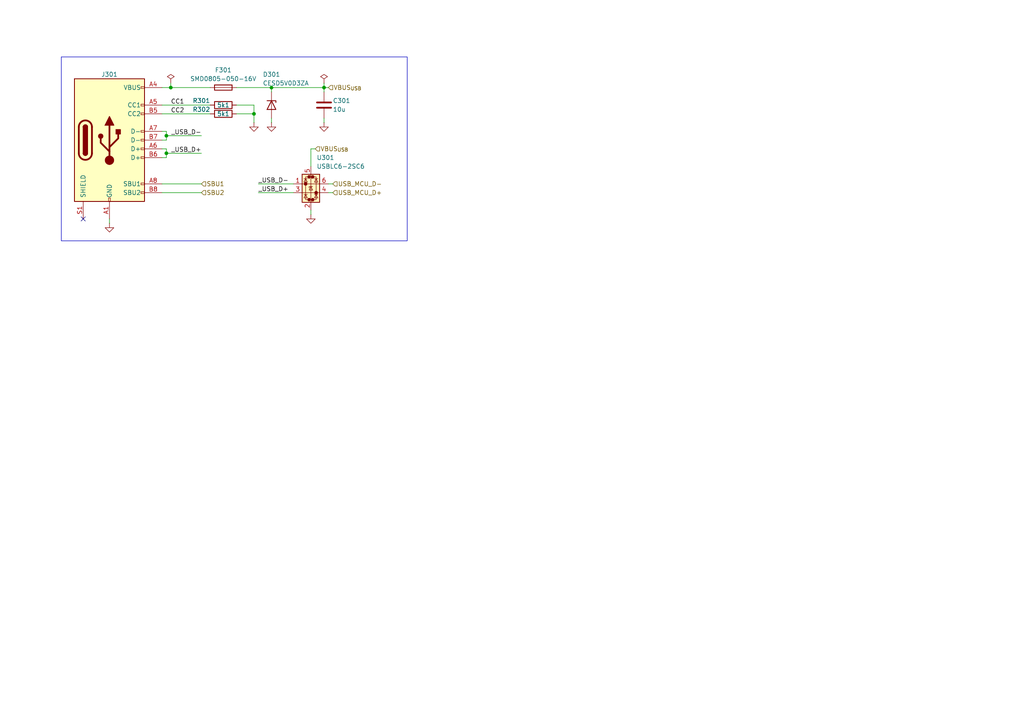
<source format=kicad_sch>
(kicad_sch (version 20231120) (generator "eeschema") (generator_version "8.0")
  (paper "A4")
  (title_block (title "Chao Recruit") (date "2024-09-29") (rev "1") (company "Scott CJX") (comment 1 "License: CERN-OHL-S-2.0") (comment 2 "Copyright © Scott CJX") (comment 3 "Licensed to Nanyang Venture Formula for NVF-2") (comment 4 "https://github.com/scott-cjx/Chao-Recruit"))
  (lib_symbols
    (symbol "Connector:USB_C_Receptacle_USB2.0" (pin_names (offset 1.016))
      (property "Reference" "J" (at -10.16 19.05 0))
      (property "Value" "USB_C_Receptacle_USB2.0" (at 19.05 19.05 0))
      (symbol "USB_C_Receptacle_USB2.0_0_0"
        (rectangle (start -0.254 -17.78) (end 0.254 -16.764))
        (rectangle (start 10.16 -14.986) (end 9.144 -15.494))
        (rectangle (start 10.16 -12.446) (end 9.144 -12.954))
        (rectangle (start 10.16 -4.826) (end 9.144 -5.334))
        (rectangle (start 10.16 -2.286) (end 9.144 -2.794))
        (rectangle (start 10.16 0.254) (end 9.144 -0.254))
        (rectangle (start 10.16 2.794) (end 9.144 2.286))
        (rectangle (start 10.16 7.874) (end 9.144 7.366))
        (rectangle (start 10.16 10.414) (end 9.144 9.906))
        (rectangle (start 10.16 15.494) (end 9.144 14.986))
      )
      (symbol "USB_C_Receptacle_USB2.0_0_1"
        (rectangle (start -10.16 17.78) (end 10.16 -17.78) (stroke (width 0.254)) (fill (type background)))
        (arc (start -8.89 -3.81) (mid -6.985 -5.7067) (end -5.08 -3.81) (stroke (width 0.508)))
        (arc (start -7.62 -3.81) (mid -6.985 -4.4423) (end -6.35 -3.81) (stroke (width 0.254)))
        (arc (start -7.62 -3.81) (mid -6.985 -4.4423) (end -6.35 -3.81) (stroke (width 0.254)) (fill (type outline)))
        (rectangle (start -7.62 -3.81) (end -6.35 3.81) (stroke (width 0.254)) (fill (type outline)))
        (arc (start -6.35 3.81) (mid -6.985 4.4423) (end -7.62 3.81) (stroke (width 0.254)))
        (arc (start -6.35 3.81) (mid -6.985 4.4423) (end -7.62 3.81) (stroke (width 0.254)) (fill (type outline)))
        (arc (start -5.08 3.81) (mid -6.985 5.7067) (end -8.89 3.81) (stroke (width 0.508)))
        (circle (center -2.54 1.143) (radius 0.635) (stroke (width 0.254)) (fill (type outline)))
        (circle (center 0 -5.842) (radius 1.27) (fill (type outline)))
        (polyline (pts (xy -8.89 -3.81) (xy -8.89 3.81)) (stroke (width 0.508)))
        (polyline (pts (xy -5.08 3.81) (xy -5.08 -3.81)) (stroke (width 0.508)))
        (polyline (pts (xy 0 -5.842) (xy 0 4.318)) (stroke (width 0.508)))
        (polyline (pts (xy 0 -3.302) (xy -2.54 -0.762) (xy -2.54 0.508)) (stroke (width 0.508)))
        (polyline (pts (xy 0 -2.032) (xy 2.54 0.508) (xy 2.54 1.778)) (stroke (width 0.508)))
        (polyline (pts (xy -1.27 4.318) (xy 0 6.858) (xy 1.27 4.318) (xy -1.27 4.318)) (stroke (width 0.254)) (fill (type outline)))
        (rectangle (start 1.905 1.778) (end 3.175 3.048) (stroke (width 0.254)) (fill (type outline)))
      )
      (symbol "USB_C_Receptacle_USB2.0_1_1"
        (pin passive line (at 0 -22.86 90) (length 5.08) (name "GND") (number "A1"))
        (pin passive line (at 0 -22.86 90) (length 5.08) hide (name "GND") (number "A12"))
        (pin passive line (at 15.24 15.24 180) (length 5.08) (name "VBUS") (number "A4"))
        (pin bidirectional line (at 15.24 10.16 180) (length 5.08) (name "CC1") (number "A5"))
        (pin bidirectional line (at 15.24 -2.54 180) (length 5.08) (name "D+") (number "A6"))
        (pin bidirectional line (at 15.24 2.54 180) (length 5.08) (name "D-") (number "A7"))
        (pin bidirectional line (at 15.24 -12.7 180) (length 5.08) (name "SBU1") (number "A8"))
        (pin passive line (at 15.24 15.24 180) (length 5.08) hide (name "VBUS") (number "A9"))
        (pin passive line (at 0 -22.86 90) (length 5.08) hide (name "GND") (number "B1"))
        (pin passive line (at 0 -22.86 90) (length 5.08) hide (name "GND") (number "B12"))
        (pin passive line (at 15.24 15.24 180) (length 5.08) hide (name "VBUS") (number "B4"))
        (pin bidirectional line (at 15.24 7.62 180) (length 5.08) (name "CC2") (number "B5"))
        (pin bidirectional line (at 15.24 -5.08 180) (length 5.08) (name "D+") (number "B6"))
        (pin bidirectional line (at 15.24 0 180) (length 5.08) (name "D-") (number "B7"))
        (pin bidirectional line (at 15.24 -15.24 180) (length 5.08) (name "SBU2") (number "B8"))
        (pin passive line (at 15.24 15.24 180) (length 5.08) hide (name "VBUS") (number "B9"))
        (pin passive line (at -7.62 -22.86 90) (length 5.08) (name "SHIELD") (number "S1"))
      )
    )
    (symbol "Device:C" (pin_numbers hide) (pin_names (offset 0.254))
      (property "Reference" "C" (at 0.635 2.54 0))
      (property "Value" "C" (at 0.635 -2.54 0))
      (symbol "C_0_1"
        (polyline (pts (xy -2.032 -0.762) (xy 2.032 -0.762)) (stroke (width 0.508)))
        (polyline (pts (xy -2.032 0.762) (xy 2.032 0.762)) (stroke (width 0.508)))
      )
      (symbol "C_1_1"
        (pin passive line (at 0 3.81 270) (length 2.794) (name "~") (number "1"))
        (pin passive line (at 0 -3.81 90) (length 2.794) (name "~") (number "2"))
      )
    )
    (symbol "Device:D_Zener" (pin_numbers hide) (pin_names (offset 1.016) hide)
      (property "Reference" "D" (at 0 2.54 0))
      (property "Value" "D_Zener" (at 0 -2.54 0))
      (symbol "D_Zener_0_1"
        (polyline (pts (xy 1.27 0) (xy -1.27 0)))
        (polyline (pts (xy -1.27 -1.27) (xy -1.27 1.27) (xy -0.762 1.27)) (stroke (width 0.254)))
        (polyline (pts (xy 1.27 -1.27) (xy 1.27 1.27) (xy -1.27 0) (xy 1.27 -1.27)) (stroke (width 0.254)))
      )
      (symbol "D_Zener_1_1"
        (pin passive line (at -3.81 0 0) (length 2.54) (name "K") (number "1"))
        (pin passive line (at 3.81 0 180) (length 2.54) (name "A") (number "2"))
      )
    )
    (symbol "Device:Fuse" (pin_numbers hide) (pin_names (offset 0))
      (property "Reference" "F" (at 2.032 0 90))
      (property "Value" "Fuse" (at -1.905 0 90))
      (symbol "Fuse_0_1"
        (rectangle (start -0.762 -2.54) (end 0.762 2.54) (stroke (width 0.254)))
        (polyline (pts (xy 0 2.54) (xy 0 -2.54)))
      )
      (symbol "Fuse_1_1"
        (pin passive line (at 0 3.81 270) (length 1.27) (name "~") (number "1"))
        (pin passive line (at 0 -3.81 90) (length 1.27) (name "~") (number "2"))
      )
    )
    (symbol "Device:R" (pin_numbers hide) (pin_names (offset 0))
      (property "Reference" "R" (at 2.032 0 90))
      (property "Value" "R" (at 0 0 90))
      (symbol "R_0_1"
        (rectangle (start -1.016 -2.54) (end 1.016 2.54) (stroke (width 0.254)))
      )
      (symbol "R_1_1"
        (pin passive line (at 0 3.81 270) (length 1.27) (name "~") (number "1"))
        (pin passive line (at 0 -3.81 90) (length 1.27) (name "~") (number "2"))
      )
    )
    (symbol "Power_Protection:USBLC6-2SC6" (pin_names hide)
      (property "Reference" "U" (at 0.635 5.715 0))
      (property "Value" "USBLC6-2SC6" (at 0.635 3.81 0))
      (symbol "USBLC6-2SC6_0_0"
        (circle (center -1.524 0) (radius 0.0001) (stroke (width 0.508)))
        (circle (center -0.508 -4.572) (radius 0.0001) (stroke (width 0.508)))
        (circle (center -0.508 2.032) (radius 0.0001) (stroke (width 0.508)))
        (circle (center 0.508 -4.572) (radius 0.0001) (stroke (width 0.508)))
        (circle (center 0.508 2.032) (radius 0.0001) (stroke (width 0.508)))
        (circle (center 1.524 -2.54) (radius 0.0001) (stroke (width 0.508)))
      )
      (symbol "USBLC6-2SC6_0_1"
        (polyline (pts (xy -2.54 -2.54) (xy 2.54 -2.54)))
        (polyline (pts (xy -2.54 0) (xy 2.54 0)))
        (polyline (pts (xy -2.032 -3.048) (xy -1.016 -3.048)))
        (polyline (pts (xy -1.016 1.524) (xy -2.032 1.524)))
        (polyline (pts (xy 1.016 -3.048) (xy 2.032 -3.048)))
        (polyline (pts (xy 1.016 1.524) (xy 2.032 1.524)))
        (polyline (pts (xy -0.508 -1.143) (xy -0.508 -0.762) (xy 0.508 -0.762)))
        (polyline (pts (xy -2.032 0.508) (xy -1.016 0.508) (xy -1.524 1.524) (xy -2.032 0.508)))
        (polyline (pts (xy -1.016 -4.064) (xy -2.032 -4.064) (xy -1.524 -3.048) (xy -1.016 -4.064)))
        (polyline (pts (xy 0.508 -1.778) (xy -0.508 -1.778) (xy 0 -0.762) (xy 0.508 -1.778)))
        (polyline (pts (xy 2.032 -4.064) (xy 1.016 -4.064) (xy 1.524 -3.048) (xy 2.032 -4.064)))
        (polyline (pts (xy 2.032 0.508) (xy 1.016 0.508) (xy 1.524 1.524) (xy 2.032 0.508)))
        (polyline (pts (xy 0 2.54) (xy -0.508 2.032) (xy 0.508 2.032) (xy 0 1.524) (xy 0 -4.064) (xy -0.508 -4.572) (xy 0.508 -4.572) (xy 0 -5.08)))
      )
      (symbol "USBLC6-2SC6_1_1"
        (rectangle (start -2.54 2.794) (end 2.54 -5.334) (stroke (width 0.254)) (fill (type background)))
        (polyline (pts (xy -0.508 2.032) (xy -1.524 2.032) (xy -1.524 -4.572) (xy -0.508 -4.572)))
        (polyline (pts (xy 0.508 -4.572) (xy 1.524 -4.572) (xy 1.524 2.032) (xy 0.508 2.032)))
        (pin passive line (at -5.08 0 0) (length 2.54) (name "I/O1") (number "1"))
        (pin passive line (at 0 -7.62 90) (length 2.54) (name "GND") (number "2"))
        (pin passive line (at -5.08 -2.54 0) (length 2.54) (name "I/O2") (number "3"))
        (pin passive line (at 5.08 -2.54 180) (length 2.54) (name "I/O2") (number "4"))
        (pin passive line (at 0 5.08 270) (length 2.54) (name "VBUS") (number "5"))
        (pin passive line (at 5.08 0 180) (length 2.54) (name "I/O1") (number "6"))
      )
    )
    (symbol "power:GND" (power) (pin_numbers hide) (pin_names (offset 0) hide)
      (property "Value" "GND" (at 0 -3.81 0))
      (symbol "GND_0_1"
        (polyline (pts (xy 0 0) (xy 0 -1.27) (xy 1.27 -1.27) (xy 0 -2.54) (xy -1.27 -1.27) (xy 0 -1.27)))
      )
      (symbol "GND_1_1"
        (pin power_in line (at 0 0 270) (length 0) (name "~") (number "1"))
      )
    )
    (symbol "power:PWR_FLAG" (power) (pin_numbers hide) (pin_names (offset 0) hide)
      (property "Value" "PWR_FLAG" (at 0 3.81 0))
      (symbol "PWR_FLAG_0_0"
        (pin power_out line (at 0 0 90) (length 0) (name "~") (number "1"))
      )
      (symbol "PWR_FLAG_0_1"
        (polyline (pts (xy 0 0) (xy 0 1.27) (xy -1.016 1.905) (xy 0 2.54) (xy 1.016 1.905) (xy 0 1.27)))
      )
    )
  )
  (junction (at 49.53 25.4))
  (junction (at 73.66 33.02))
  (junction (at 48.26 39.37))
  (junction (at 78.74 25.4))
  (junction (at 48.26 44.45))
  (junction (at 93.98 25.4))
  (no_connect (at 24.13 63.5))
  (wire (pts (xy 46.99 55.88) (xy 58.42 55.88)))
  (wire (pts (xy 49.53 24.13) (xy 49.53 25.4)))
  (wire (pts (xy 46.99 53.34) (xy 58.42 53.34)))
  (wire (pts (xy 93.98 25.4) (xy 93.98 26.67)))
  (wire (pts (xy 46.99 25.4) (xy 49.53 25.4)))
  (wire (pts (xy 93.98 25.4) (xy 78.74 25.4)))
  (wire (pts (xy 85.09 55.88) (xy 74.93 55.88)))
  (wire (pts (xy 48.26 39.37) (xy 58.42 39.37)))
  (wire (pts (xy 90.17 60.96) (xy 90.17 62.23)))
  (wire (pts (xy 85.09 53.34) (xy 74.93 53.34)))
  (wire (pts (xy 48.26 44.45) (xy 48.26 45.72)))
  (wire (pts (xy 91.44 43.18) (xy 90.17 43.18)))
  (wire (pts (xy 73.66 33.02) (xy 73.66 35.56)))
  (wire (pts (xy 48.26 40.64) (xy 46.99 40.64)))
  (wire (pts (xy 48.26 39.37) (xy 48.26 40.64)))
  (wire (pts (xy 68.58 33.02) (xy 73.66 33.02)))
  (wire (pts (xy 48.26 38.1) (xy 48.26 39.37)))
  (wire (pts (xy 90.17 43.18) (xy 90.17 48.26)))
  (wire (pts (xy 73.66 30.48) (xy 73.66 33.02)))
  (wire (pts (xy 93.98 25.4) (xy 95.25 25.4)))
  (wire (pts (xy 46.99 38.1) (xy 48.26 38.1)))
  (wire (pts (xy 78.74 25.4) (xy 78.74 26.67)))
  (wire (pts (xy 96.52 53.34) (xy 95.25 53.34)))
  (wire (pts (xy 68.58 25.4) (xy 78.74 25.4)))
  (wire (pts (xy 68.58 30.48) (xy 73.66 30.48)))
  (wire (pts (xy 48.26 45.72) (xy 46.99 45.72)))
  (wire (pts (xy 46.99 43.18) (xy 48.26 43.18)))
  (wire (pts (xy 46.99 33.02) (xy 60.96 33.02)))
  (wire (pts (xy 93.98 24.13) (xy 93.98 25.4)))
  (wire (pts (xy 48.26 43.18) (xy 48.26 44.45)))
  (wire (pts (xy 48.26 44.45) (xy 58.42 44.45)))
  (wire (pts (xy 78.74 34.29) (xy 78.74 35.56)))
  (wire (pts (xy 46.99 30.48) (xy 60.96 30.48)))
  (wire (pts (xy 31.75 63.5) (xy 31.75 64.77)))
  (wire (pts (xy 49.53 25.4) (xy 60.96 25.4)))
  (wire (pts (xy 96.52 55.88) (xy 95.25 55.88)))
  (wire (pts (xy 93.98 34.29) (xy 93.98 35.56)))
  (rectangle (start 17.78 16.51) (end 118.11 69.85))
  (label "_USB_D-" (at 58.42 39.37 180))
  (label "_USB_D-" (at 74.93 53.34 0))
  (label "_USB_D+" (at 74.93 55.88 0))
  (label "CC2" (at 49.53 33.02 0))
  (label "CC1" (at 49.53 30.48 0))
  (label "_USB_D+" (at 58.42 44.45 180))
  (hierarchical_label "SBU1" (shape input) (at 58.42 53.34 0))
  (hierarchical_label "USB_MCU_D-" (shape input) (at 96.52 53.34 0))
  (hierarchical_label "USB_MCU_D+" (shape input) (at 96.52 55.88 0))
  (hierarchical_label "VBUS_{USB}" (shape input) (at 95.25 25.4 0))
  (hierarchical_label "SBU2" (shape input) (at 58.42 55.88 0))
  (hierarchical_label "VBUS_{USB}" (shape input) (at 91.44 43.18 0))
  (symbol (lib_id "Power_Protection:USBLC6-2SC6") (at 90.17 53.34 0) (unit 1)
    (property "Reference" "U301" (at 91.8211 45.72 0) (effects (justify left)))
    (property "Value" "USBLC6-2SC6" (at 91.8211 48.26 0) (effects (justify left)))
    (property "Footprint" "Package_TO_SOT_SMD:SOT-23-6" (effects (hide yes)))
    (property "Datasheet" "https://www.st.com/resource/en/datasheet/usblc6-2.pdf" (effects (hide yes)))
    (property "Description" "Very low capacitance ESD protection diode, 2 data-line, SOT-23-6" (effects (hide yes)))
    (property "LCSC" "C2827654" (effects (hide yes)))
  )
  (symbol (lib_id "power:GND") (at 73.66 35.56 0) (unit 1)
    (property "Reference" "#PWR0301" (effects (hide yes)))
    (property "Value" "GND" (effects (hide yes)))
  )
  (symbol (lib_id "power:GND") (at 31.75 64.77 0) (unit 1)
    (property "Reference" "#PWR0306" (effects (hide yes)))
    (property "Value" "GND" (effects (hide yes)))
  )
  (symbol (lib_id "power:GND") (at 78.74 35.56 0) (unit 1)
    (property "Reference" "#PWR0302" (effects (hide yes)))
    (property "Value" "GND" (effects (hide yes)))
  )
  (symbol (lib_id "power:PWR_FLAG") (at 49.53 24.13 0) (unit 1)
    (property "Reference" "#FLG0301" (effects (hide yes)))
    (property "Value" "PWR_FLAG" (effects (hide yes)))
    (property "Description" "Special symbol for telling ERC where power comes from" (effects (hide yes)))
  )
  (symbol (lib_id "power:GND") (at 90.17 62.23 0) (unit 1)
    (property "Reference" "#PWR0305" (effects (hide yes)))
    (property "Value" "GND" (effects (hide yes)))
  )
  (symbol (lib_id "Device:Fuse") (at 64.77 25.4 90) (unit 1)
    (property "Reference" "F301" (at 64.77 20.32 90))
    (property "Value" "SMD0805-050-16V" (at 64.77 22.86 90))
    (property "Footprint" "Fuse:Fuse_0805_2012Metric" (effects (hide yes)))
    (property "Description" "Fuse" (effects (hide yes)))
    (property "LCSC" "C2833485" (effects (hide yes)))
  )
  (symbol (lib_id "Device:R") (at 64.77 30.48 90) (unit 1)
    (property "Reference" "R301" (at 58.42 29.21 90))
    (property "Value" "5k1" (at 64.77 30.48 90))
    (property "Footprint" "Resistor_SMD:R_0402_1005Metric" (effects (hide yes)))
    (property "LCSC" "C25905" (effects (hide yes)))
  )
  (symbol (lib_id "power:PWR_FLAG") (at 93.98 24.13 0) (unit 1)
    (property "Reference" "#FLG0302" (effects (hide yes)))
    (property "Value" "PWR_FLAG" (effects (hide yes)))
    (property "Description" "Special symbol for telling ERC where power comes from" (effects (hide yes)))
  )
  (symbol (lib_id "Device:C") (at 93.98 30.48 0) (mirror y) (unit 1)
    (property "Reference" "C301" (at 96.52 29.21 0) (effects (justify right)))
    (property "Value" "10u" (at 96.52 31.75 0) (effects (justify right)))
    (property "Footprint" "Capacitor_SMD:C_0603_1608Metric" (effects (hide yes)))
    (property "Description" "Unpolarized capacitor" (effects (hide yes)))
    (property "LCSC" "C96446" (effects (hide yes)))
  )
  (symbol (lib_id "Device:D_Zener") (at 78.74 30.48 270) (unit 1)
    (property "Reference" "D301" (at 76.2 21.59 90) (effects (justify left)))
    (property "Value" "CESD5V0D3ZA" (at 76.2 24.13 90) (effects (justify left)))
    (property "Footprint" "Diode_SMD:D_SOD-323" (effects (hide yes)))
    (property "Description" "Zener diode" (effects (hide yes)))
    (property "LCSC" "C19829531" (effects (hide yes)))
  )
  (symbol (lib_id "power:GND") (at 93.98 35.56 0) (unit 1)
    (property "Reference" "#PWR0303" (effects (hide yes)))
    (property "Value" "GND" (effects (hide yes)))
  )
  (symbol (lib_id "Device:R") (at 64.77 33.02 90) (unit 1)
    (property "Reference" "R302" (at 58.42 31.75 90))
    (property "Value" "5k1" (at 64.77 33.02 90))
    (property "Footprint" "Resistor_SMD:R_0402_1005Metric" (effects (hide yes)))
    (property "LCSC" "C25905" (effects (hide yes)))
  )
  (symbol (lib_id "Connector:USB_C_Receptacle_USB2.0") (at 31.75 40.64 0) (unit 1)
    (property "Reference" "J301" (at 31.75 21.59 0))
    (property "Value" "USB_C" (effects (hide yes)))
    (property "Footprint" "NVF-Kicad:USBC_HRO_TYPE-C-31-M-12" (effects (hide yes)))
    (property "Datasheet" "https://www.usb.org/sites/default/files/documents/usb_type-c.zip" (effects (hide yes)))
    (property "LCSC" "C165948" (effects (hide yes)))
  )
)
</source>
